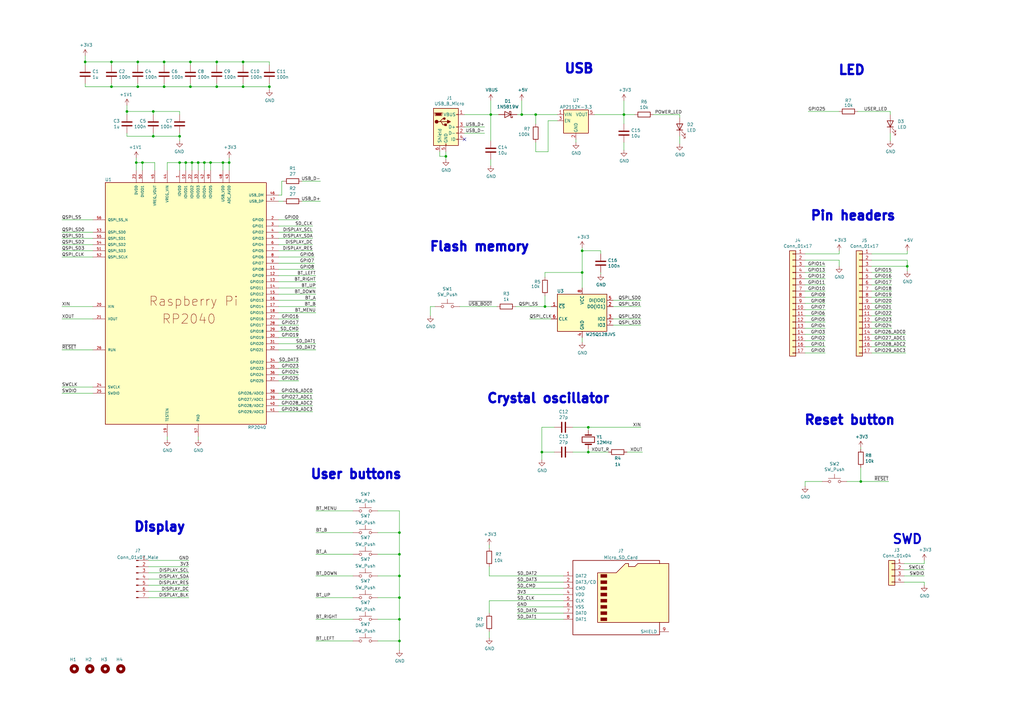
<source format=kicad_sch>
(kicad_sch (version 20211123) (generator eeschema)
  (paper "A3")
  (title_block (title "Franzininho RP2040") (date "2022-01-30") (rev "0.1") (company "Projeto Franzininho"))
  (lib_symbols
    (symbol "Connector:Conn_01x07_Male" (pin_names (offset 1.016) hide)
      (property "Reference" "J" (at 0 10.16 0))
      (property "Value" "Conn_01x07_Male" (at 0 -10.16 0))
      (symbol "Conn_01x07_Male_1_1"
        (pin passive line (at 5.08 7.62 180) (length 3.81) (name "Pin_1") (number "1"))
        (pin passive line (at 5.08 5.08 180) (length 3.81) (name "Pin_2") (number "2"))
        (pin passive line (at 5.08 2.54 180) (length 3.81) (name "Pin_3") (number "3"))
        (pin passive line (at 5.08 0 180) (length 3.81) (name "Pin_4") (number "4"))
        (pin passive line (at 5.08 -2.54 180) (length 3.81) (name "Pin_5") (number "5"))
        (pin passive line (at 5.08 -5.08 180) (length 3.81) (name "Pin_6") (number "6"))
        (pin passive line (at 5.08 -7.62 180) (length 3.81) (name "Pin_7") (number "7"))
      )
    )
    (symbol "Connector:Micro_SD_Card" (pin_names (offset 1.016))
      (property "Reference" "J" (at -16.51 15.24 0))
      (property "Value" "Micro_SD_Card" (at 16.51 15.24 0))
      (symbol "Micro_SD_Card_1_1"
        (pin bidirectional line (at -22.86 7.62 0) (length 3.81) (name "DAT2") (number "1"))
        (pin bidirectional line (at -22.86 5.08 0) (length 3.81) (name "DAT3/CD") (number "2"))
        (pin input line (at -22.86 2.54 0) (length 3.81) (name "CMD") (number "3"))
        (pin power_in line (at -22.86 0 0) (length 3.81) (name "VDD") (number "4"))
        (pin input line (at -22.86 -2.54 0) (length 3.81) (name "CLK") (number "5"))
        (pin power_in line (at -22.86 -5.08 0) (length 3.81) (name "VSS") (number "6"))
        (pin bidirectional line (at -22.86 -7.62 0) (length 3.81) (name "DAT0") (number "7"))
        (pin bidirectional line (at -22.86 -10.16 0) (length 3.81) (name "DAT1") (number "8"))
        (pin passive line (at 20.32 -15.24 180) (length 3.81) (name "SHIELD") (number "9"))
      )
    )
    (symbol "Connector:USB_B_Micro" (pin_names (offset 1.016))
      (property "Reference" "J" (at -5.08 11.43 0))
      (property "Value" "USB_B_Micro" (at -5.08 8.89 0))
      (symbol "USB_B_Micro_1_1"
        (pin power_out line (at 7.62 5.08 180) (length 2.54) (name "VBUS") (number "1"))
        (pin bidirectional line (at 7.62 -2.54 180) (length 2.54) (name "D-") (number "2"))
        (pin bidirectional line (at 7.62 0 180) (length 2.54) (name "D+") (number "3"))
        (pin passive line (at 7.62 -5.08 180) (length 2.54) (name "ID") (number "4"))
        (pin power_out line (at 0 -10.16 90) (length 2.54) (name "GND") (number "5"))
        (pin passive line (at -2.54 -10.16 90) (length 2.54) (name "Shield") (number "6"))
      )
    )
    (symbol "Connector_Generic:Conn_01x04" (pin_names (offset 1.016) hide)
      (property "Reference" "J" (at 0 5.08 0))
      (property "Value" "Conn_01x04" (at 0 -7.62 0))
      (symbol "Conn_01x04_1_1"
        (pin passive line (at -5.08 2.54 0) (length 3.81) (name "Pin_1") (number "1"))
        (pin passive line (at -5.08 0 0) (length 3.81) (name "Pin_2") (number "2"))
        (pin passive line (at -5.08 -2.54 0) (length 3.81) (name "Pin_3") (number "3"))
        (pin passive line (at -5.08 -5.08 0) (length 3.81) (name "Pin_4") (number "4"))
      )
    )
    (symbol "Connector_Generic:Conn_01x17" (pin_names (offset 1.016) hide)
      (property "Reference" "J" (at 0 22.86 0))
      (property "Value" "Conn_01x17" (at 0 -22.86 0))
      (symbol "Conn_01x17_1_1"
        (pin passive line (at -5.08 20.32 0) (length 3.81) (name "Pin_1") (number "1"))
        (pin passive line (at -5.08 -2.54 0) (length 3.81) (name "Pin_10") (number "10"))
        (pin passive line (at -5.08 -5.08 0) (length 3.81) (name "Pin_11") (number "11"))
        (pin passive line (at -5.08 -7.62 0) (length 3.81) (name "Pin_12") (number "12"))
        (pin passive line (at -5.08 -10.16 0) (length 3.81) (name "Pin_13") (number "13"))
        (pin passive line (at -5.08 -12.7 0) (length 3.81) (name "Pin_14") (number "14"))
        (pin passive line (at -5.08 -15.24 0) (length 3.81) (name "Pin_15") (number "15"))
        (pin passive line (at -5.08 -17.78 0) (length 3.81) (name "Pin_16") (number "16"))
        (pin passive line (at -5.08 -20.32 0) (length 3.81) (name "Pin_17") (number "17"))
        (pin passive line (at -5.08 17.78 0) (length 3.81) (name "Pin_2") (number "2"))
        (pin passive line (at -5.08 15.24 0) (length 3.81) (name "Pin_3") (number "3"))
        (pin passive line (at -5.08 12.7 0) (length 3.81) (name "Pin_4") (number "4"))
        (pin passive line (at -5.08 10.16 0) (length 3.81) (name "Pin_5") (number "5"))
        (pin passive line (at -5.08 7.62 0) (length 3.81) (name "Pin_6") (number "6"))
        (pin passive line (at -5.08 5.08 0) (length 3.81) (name "Pin_7") (number "7"))
        (pin passive line (at -5.08 2.54 0) (length 3.81) (name "Pin_8") (number "8"))
        (pin passive line (at -5.08 0 0) (length 3.81) (name "Pin_9") (number "9"))
      )
    )
    (symbol "Device:C" (pin_numbers hide) (pin_names (offset 0.254))
      (property "Reference" "C" (at 0.635 2.54 0))
      (property "Value" "C" (at 0.635 -2.54 0))
      (symbol "C_1_1"
        (pin passive line (at 0 3.81 270) (length 2.794) (name "~") (number "1"))
        (pin passive line (at 0 -3.81 90) (length 2.794) (name "~") (number "2"))
      )
    )
    (symbol "Device:Crystal" (pin_numbers hide) (pin_names (offset 1.016) hide)
      (property "Reference" "Y" (at 0 3.81 0))
      (property "Value" "Crystal" (at 0 -3.81 0))
      (symbol "Crystal_1_1"
        (pin passive line (at -3.81 0 0) (length 1.27) (name "1") (number "1"))
        (pin passive line (at 3.81 0 180) (length 1.27) (name "2") (number "2"))
      )
    )
    (symbol "Device:D_Schottky" (pin_numbers hide) (pin_names (offset 1.016) hide)
      (property "Reference" "D" (at 0 2.54 0))
      (property "Value" "D_Schottky" (at 0 -2.54 0))
      (symbol "D_Schottky_1_1"
        (pin passive line (at -3.81 0 0) (length 2.54) (name "K") (number "1"))
        (pin passive line (at 3.81 0 180) (length 2.54) (name "A") (number "2"))
      )
    )
    (symbol "Device:LED" (pin_numbers hide) (pin_names (offset 1.016) hide)
      (property "Reference" "D" (at 0 2.54 0))
      (property "Value" "LED" (at 0 -2.54 0))
      (symbol "LED_1_1"
        (pin passive line (at -3.81 0 0) (length 2.54) (name "K") (number "1"))
        (pin passive line (at 3.81 0 180) (length 2.54) (name "A") (number "2"))
      )
    )
    (symbol "Device:R" (pin_numbers hide) (pin_names (offset 0))
      (property "Reference" "R" (at 2.032 0 90))
      (property "Value" "R" (at 0 0 90))
      (symbol "R_1_1"
        (pin passive line (at 0 3.81 270) (length 1.27) (name "~") (number "1"))
        (pin passive line (at 0 -3.81 90) (length 1.27) (name "~") (number "2"))
      )
    )
    (symbol "Mechanical:MountingHole" (pin_names (offset 1.016))
      (property "Reference" "H" (at 0 5.08 0))
      (property "Value" "MountingHole" (at 0 3.175 0))
    )
    (symbol "Memory_Flash:W25Q128JVS"
      (property "Reference" "U" (at -8.89 8.89 0))
      (property "Value" "W25Q128JVS" (at 7.62 8.89 0))
      (symbol "W25Q128JVS_1_1"
        (pin input line (at -12.7 2.54 0) (length 2.54) (name "~{CS}") (number "1"))
        (pin bidirectional line (at 12.7 2.54 180) (length 2.54) (name "DO(IO1)") (number "2"))
        (pin bidirectional line (at 12.7 -2.54 180) (length 2.54) (name "IO2") (number "3"))
        (pin power_in line (at 0 -10.16 90) (length 2.54) (name "GND") (number "4"))
        (pin bidirectional line (at 12.7 5.08 180) (length 2.54) (name "DI(IO0)") (number "5"))
        (pin input line (at -12.7 -2.54 0) (length 2.54) (name "CLK") (number "6"))
        (pin bidirectional line (at 12.7 -5.08 180) (length 2.54) (name "IO3") (number "7"))
        (pin power_in line (at 0 10.16 270) (length 2.54) (name "VCC") (number "8"))
      )
    )
    (symbol "RP2040:RP2040" (pin_names (offset 1.016))
      (property "Reference" "U" (at 0 0 0))
      (property "Value" "RP2040" (at 0 0 0))
      (symbol "RP2040_0_0"
        (text "Raspberry Pi" (at -15.24 -2.54 0) (effects (font (size 3.81 3.81)) (justify left bottom)))
        (text "RP2040" (at 1.27 -7.62 0) (effects (font (size 3.81 3.81))))
        (pin bidirectional line (at -2.54 53.34 270) (length 5.08) (name "IOVDD") (number "1"))
        (pin bidirectional line (at 0 53.34 270) (length 5.08) (name "IOVDD1") (number "10"))
        (pin bidirectional line (at 38.1 12.7 180) (length 5.08) (name "GPIO8") (number "11"))
        (pin bidirectional line (at 38.1 10.16 180) (length 5.08) (name "GPIO9") (number "12"))
        (pin bidirectional line (at 38.1 7.62 180) (length 5.08) (name "GPIO10") (number "13"))
        (pin bidirectional line (at 38.1 5.08 180) (length 5.08) (name "GPIO11") (number "14"))
        (pin bidirectional line (at 38.1 2.54 180) (length 5.08) (name "GPIO12") (number "15"))
        (pin bidirectional line (at 38.1 0 180) (length 5.08) (name "GPIO13") (number "16"))
        (pin bidirectional line (at 38.1 -2.54 180) (length 5.08) (name "GPIO14") (number "17"))
        (pin bidirectional line (at 38.1 -5.08 180) (length 5.08) (name "GPIO15") (number "18"))
        (pin bidirectional line (at -7.62 -55.88 90) (length 5.08) (name "TESTEN") (number "19"))
        (pin bidirectional line (at 38.1 33.02 180) (length 5.08) (name "GPIO0") (number "2"))
        (pin bidirectional line (at -38.1 -2.54 0) (length 5.08) (name "XIN") (number "20"))
        (pin bidirectional line (at -38.1 -7.62 0) (length 5.08) (name "XOUT") (number "21"))
        (pin bidirectional line (at 2.54 53.34 270) (length 5.08) (name "IOVDD2") (number "22"))
        (pin bidirectional line (at -20.32 53.34 270) (length 5.08) (name "DVDD") (number "23"))
        (pin bidirectional line (at -38.1 -35.56 0) (length 5.08) (name "SWCLK") (number "24"))
        (pin bidirectional line (at -38.1 -38.1 0) (length 5.08) (name "SWDIO") (number "25"))
        (pin bidirectional line (at -38.1 -20.32 0) (length 5.08) (name "RUN") (number "26"))
        (pin bidirectional line (at 38.1 -7.62 180) (length 5.08) (name "GPIO16") (number "27"))
        (pin bidirectional line (at 38.1 -10.16 180) (length 5.08) (name "GPIO17") (number "28"))
        (pin bidirectional line (at 38.1 -12.7 180) (length 5.08) (name "GPIO18") (number "29"))
        (pin bidirectional line (at 38.1 30.48 180) (length 5.08) (name "GPIO1") (number "3"))
        (pin bidirectional line (at 38.1 -15.24 180) (length 5.08) (name "GPIO19") (number "30"))
        (pin bidirectional line (at 38.1 -17.78 180) (length 5.08) (name "GPIO20") (number "31"))
        (pin bidirectional line (at 38.1 -20.32 180) (length 5.08) (name "GPIO21") (number "32"))
        (pin bidirectional line (at 5.08 53.34 270) (length 5.08) (name "IOVDD3") (number "33"))
        (pin bidirectional line (at 38.1 -25.4 180) (length 5.08) (name "GPIO22") (number "34"))
        (pin bidirectional line (at 38.1 -27.94 180) (length 5.08) (name "GPIO23") (number "35"))
        (pin bidirectional line (at 38.1 -30.48 180) (length 5.08) (name "GPIO24") (number "36"))
        (pin bidirectional line (at 38.1 -33.02 180) (length 5.08) (name "GPIO25") (number "37"))
        (pin bidirectional line (at 38.1 -38.1 180) (length 5.08) (name "GPIO26/ADC0") (number "38"))
        (pin bidirectional line (at 38.1 -40.64 180) (length 5.08) (name "GPIO27/ADC1") (number "39"))
        (pin bidirectional line (at 38.1 27.94 180) (length 5.08) (name "GPIO2") (number "4"))
        (pin bidirectional line (at 38.1 -43.18 180) (length 5.08) (name "GPIO28/ADC2") (number "40"))
        (pin bidirectional line (at 38.1 -45.72 180) (length 5.08) (name "GPIO29/ADC3") (number "41"))
        (pin bidirectional line (at 7.62 53.34 270) (length 5.08) (name "IOVDD4") (number "42"))
        (pin bidirectional line (at 17.78 53.34 270) (length 5.08) (name "ADC_AVDD") (number "43"))
        (pin bidirectional line (at -7.62 53.34 270) (length 5.08) (name "VREG_VIN") (number "44"))
        (pin bidirectional line (at -12.7 53.34 270) (length 5.08) (name "VREG_VOUT") (number "45"))
        (pin bidirectional line (at 38.1 43.18 180) (length 5.08) (name "USB_DM") (number "46"))
        (pin bidirectional line (at 38.1 40.64 180) (length 5.08) (name "USB_DP") (number "47"))
        (pin bidirectional line (at 15.24 53.34 270) (length 5.08) (name "USB_VDD") (number "48"))
        (pin bidirectional line (at 10.16 53.34 270) (length 5.08) (name "IOVDD5") (number "49"))
        (pin bidirectional line (at 38.1 25.4 180) (length 5.08) (name "GPIO3") (number "5"))
        (pin bidirectional line (at -17.78 53.34 270) (length 5.08) (name "DVDD1") (number "50"))
        (pin bidirectional line (at -38.1 20.32 0) (length 5.08) (name "QSPI_SD3") (number "51"))
        (pin bidirectional line (at -38.1 17.78 0) (length 5.08) (name "QSPI_SCLK") (number "52"))
        (pin bidirectional line (at -38.1 27.94 0) (length 5.08) (name "QSPI_SD0") (number "53"))
        (pin bidirectional line (at -38.1 22.86 0) (length 5.08) (name "QSPI_SD2") (number "54"))
        (pin bidirectional line (at -38.1 25.4 0) (length 5.08) (name "QSPI_SD1") (number "55"))
        (pin bidirectional line (at -38.1 33.02 0) (length 5.08) (name "QSPI_SS_N") (number "56"))
        (pin bidirectional line (at 5.08 -55.88 90) (length 5.08) (name "PAD") (number "57"))
        (pin bidirectional line (at 38.1 22.86 180) (length 5.08) (name "GPIO4") (number "6"))
        (pin bidirectional line (at 38.1 20.32 180) (length 5.08) (name "GPIO5") (number "7"))
        (pin bidirectional line (at 38.1 17.78 180) (length 5.08) (name "GPIO6") (number "8"))
        (pin bidirectional line (at 38.1 15.24 180) (length 5.08) (name "GPIO7") (number "9"))
      )
    )
    (symbol "Regulator_Linear:AP2112K-3.3" (pin_names (offset 0.254))
      (property "Reference" "U" (at -5.08 5.715 0))
      (property "Value" "AP2112K-3.3" (at 0 5.715 0))
      (symbol "AP2112K-3.3_1_1"
        (pin power_in line (at -7.62 2.54 0) (length 2.54) (name "VIN") (number "1"))
        (pin power_in line (at 0 -7.62 90) (length 2.54) (name "GND") (number "2"))
        (pin input line (at -7.62 0 0) (length 2.54) (name "EN") (number "3"))
        (pin no_connect line (at 5.08 0 180) (length 2.54) hide (name "NC") (number "4"))
        (pin power_out line (at 7.62 2.54 180) (length 2.54) (name "VOUT") (number "5"))
      )
    )
    (symbol "Switch:SW_Push" (pin_numbers hide) (pin_names (offset 1.016) hide)
      (property "Reference" "SW" (at 1.27 2.54 0))
      (property "Value" "SW_Push" (at 0 -1.524 0))
      (symbol "SW_Push_0_1"
        (pin passive line (at -5.08 0 0) (length 2.54) (name "1") (number "1"))
        (pin passive line (at 5.08 0 180) (length 2.54) (name "2") (number "2"))
      )
    )
    (symbol "power:+1V1" (power) (pin_names (offset 0))
      (property "Value" "+1V1" (at 0 3.556 0))
      (symbol "+1V1_1_1"
        (pin power_in line (at 0 0 90) (length 0) hide (name "+1V1") (number "1"))
      )
    )
    (symbol "power:+3V3" (power) (pin_names (offset 0))
      (property "Value" "+3V3" (at 0 3.556 0))
      (symbol "+3V3_1_1"
        (pin power_in line (at 0 0 90) (length 0) hide (name "+3V3") (number "1"))
      )
    )
    (symbol "power:+5V" (power) (pin_names (offset 0))
      (property "Value" "+5V" (at 0 3.556 0))
      (symbol "+5V_1_1"
        (pin power_in line (at 0 0 90) (length 0) hide (name "+5V") (number "1"))
      )
    )
    (symbol "power:GND" (power) (pin_names (offset 0))
      (property "Value" "GND" (at 0 -3.81 0))
      (symbol "GND_1_1"
        (pin power_in line (at 0 0 270) (length 0) hide (name "GND") (number "1"))
      )
    )
    (symbol "power:VBUS" (power) (pin_names (offset 0))
      (property "Value" "VBUS" (at 0 3.81 0))
      (symbol "VBUS_1_1"
        (pin power_in line (at 0 0 90) (length 0) hide (name "VBUS") (number "1"))
      )
    )
  )
  (junction (at 78.105 25.4))
  (junction (at 34.925 25.4))
  (junction (at 110.49 35.56))
  (junction (at 213.995 46.99))
  (junction (at 45.72 35.56))
  (junction (at 238.76 111.76))
  (junction (at 163.83 227.33))
  (junction (at 67.31 35.56))
  (junction (at 52.07 45.72))
  (junction (at 81.28 66.675))
  (junction (at 88.9 25.4))
  (junction (at 78.74 66.675))
  (junction (at 163.83 218.44))
  (junction (at 372.11 109.22))
  (junction (at 45.72 25.4))
  (junction (at 255.905 46.99))
  (junction (at 99.695 25.4))
  (junction (at 163.83 262.89))
  (junction (at 56.515 25.4))
  (junction (at 88.9 35.56))
  (junction (at 182.88 64.135))
  (junction (at 219.71 46.99))
  (junction (at 223.52 125.73))
  (junction (at 62.865 55.88))
  (junction (at 353.06 197.485))
  (junction (at 163.83 245.11))
  (junction (at 78.105 35.56))
  (junction (at 222.25 185.42))
  (junction (at 67.31 25.4))
  (junction (at 86.36 66.675))
  (junction (at 238.76 102.87))
  (junction (at 93.98 66.675))
  (junction (at 62.865 45.72))
  (junction (at 241.3 175.26))
  (junction (at 56.515 35.56))
  (junction (at 55.88 66.675))
  (junction (at 76.2 66.675))
  (junction (at 73.66 66.675))
  (junction (at 201.295 46.99))
  (junction (at 163.83 254))
  (junction (at 73.66 55.88))
  (junction (at 83.82 66.675))
  (junction (at 99.695 35.56))
  (junction (at 91.44 66.675))
  (junction (at 163.83 236.22))
  (junction (at 58.42 66.675))
  (junction (at 241.3 185.42))
  (no_connect (at 190.5 57.15))
  (wire (pts (xy 131.445 74.295) (xy 123.825 74.295)))
  (wire (pts (xy 255.905 58.42) (xy 255.905 61.595)))
  (wire (pts (xy 357.505 144.78) (xy 371.475 144.78)))
  (wire (pts (xy 93.98 66.675) (xy 93.98 69.85)))
  (wire (pts (xy 223.52 125.73) (xy 226.06 125.73)))
  (wire (pts (xy 212.09 254) (xy 231.14 254)))
  (wire (pts (xy 58.42 69.85) (xy 58.42 66.675)))
  (wire (pts (xy 25.4 97.79) (xy 38.1 97.79)))
  (wire (pts (xy 238.76 102.87) (xy 238.76 111.76)))
  (wire (pts (xy 154.94 209.55) (xy 163.83 209.55)))
  (wire (pts (xy 228.6 49.53) (xy 224.79 49.53)))
  (wire (pts (xy 128.27 92.71) (xy 114.3 92.71)))
  (wire (pts (xy 122.555 148.59) (xy 114.3 148.59)))
  (wire (pts (xy 338.455 127) (xy 330.2 127)))
  (wire (pts (xy 201.295 41.275) (xy 201.295 46.99)))
  (wire (pts (xy 176.53 125.73) (xy 178.435 125.73)))
  (wire (pts (xy 60.96 240.03) (xy 77.47 240.03)))
  (wire (pts (xy 278.765 55.88) (xy 278.765 59.055)))
  (wire (pts (xy 128.27 95.25) (xy 114.3 95.25)))
  (wire (pts (xy 114.3 102.87) (xy 128.27 102.87)))
  (wire (pts (xy 180.34 62.23) (xy 180.34 64.135)))
  (wire (pts (xy 212.09 46.99) (xy 213.995 46.99)))
  (wire (pts (xy 99.695 35.56) (xy 110.49 35.56)))
  (wire (pts (xy 93.98 64.77) (xy 93.98 66.675)))
  (wire (pts (xy 212.09 248.92) (xy 231.14 248.92)))
  (wire (pts (xy 52.07 43.18) (xy 52.07 45.72)))
  (wire (pts (xy 114.3 113.03) (xy 129.54 113.03)))
  (wire (pts (xy 34.925 22.86) (xy 34.925 25.4)))
  (wire (pts (xy 25.4 100.33) (xy 38.1 100.33)))
  (wire (pts (xy 83.82 69.85) (xy 83.82 66.675)))
  (wire (pts (xy 91.44 66.675) (xy 93.98 66.675)))
  (wire (pts (xy 365.76 121.92) (xy 357.505 121.92)))
  (wire (pts (xy 154.94 218.44) (xy 163.83 218.44)))
  (wire (pts (xy 200.66 236.22) (xy 231.14 236.22)))
  (wire (pts (xy 114.3 161.29) (xy 128.27 161.29)))
  (wire (pts (xy 262.89 175.26) (xy 241.3 175.26)))
  (wire (pts (xy 351.79 45.72) (xy 365.125 45.72)))
  (wire (pts (xy 60.96 234.95) (xy 77.47 234.95)))
  (wire (pts (xy 379.095 229.87) (xy 379.095 231.14)))
  (wire (pts (xy 219.71 62.23) (xy 219.71 58.42)))
  (wire (pts (xy 110.49 35.56) (xy 110.49 36.83)))
  (wire (pts (xy 212.09 243.84) (xy 231.14 243.84)))
  (wire (pts (xy 163.83 262.89) (xy 163.83 266.7)))
  (wire (pts (xy 224.79 49.53) (xy 224.79 62.23)))
  (wire (pts (xy 73.66 69.85) (xy 73.66 66.675)))
  (wire (pts (xy 144.78 245.11) (xy 129.54 245.11)))
  (wire (pts (xy 344.17 106.68) (xy 330.2 106.68)))
  (wire (pts (xy 213.995 46.99) (xy 219.71 46.99)))
  (wire (pts (xy 241.3 185.42) (xy 249.555 185.42)))
  (wire (pts (xy 60.96 229.87) (xy 77.47 229.87)))
  (wire (pts (xy 338.455 142.24) (xy 330.2 142.24)))
  (wire (pts (xy 331.47 45.72) (xy 344.17 45.72)))
  (wire (pts (xy 114.3 120.65) (xy 129.54 120.65)))
  (wire (pts (xy 67.31 35.56) (xy 78.105 35.56)))
  (wire (pts (xy 163.83 209.55) (xy 163.83 218.44)))
  (wire (pts (xy 344.17 102.87) (xy 344.17 104.14)))
  (wire (pts (xy 81.28 69.85) (xy 81.28 66.675)))
  (wire (pts (xy 223.52 121.285) (xy 223.52 125.73)))
  (wire (pts (xy 338.455 114.3) (xy 330.2 114.3)))
  (wire (pts (xy 62.865 45.72) (xy 73.66 45.72)))
  (wire (pts (xy 163.83 245.11) (xy 163.83 254)))
  (wire (pts (xy 83.82 66.675) (xy 86.36 66.675)))
  (wire (pts (xy 246.38 111.76) (xy 246.38 112.395)))
  (wire (pts (xy 182.88 64.135) (xy 182.88 65.405)))
  (wire (pts (xy 56.515 35.56) (xy 67.31 35.56)))
  (wire (pts (xy 99.695 25.4) (xy 110.49 25.4)))
  (wire (pts (xy 154.94 262.89) (xy 163.83 262.89)))
  (wire (pts (xy 88.9 35.56) (xy 99.695 35.56)))
  (wire (pts (xy 241.3 184.15) (xy 241.3 185.42)))
  (wire (pts (xy 365.125 57.785) (xy 365.125 54.61)))
  (wire (pts (xy 73.66 46.99) (xy 73.66 45.72)))
  (wire (pts (xy 115.57 80.01) (xy 114.3 80.01)))
  (wire (pts (xy 338.455 124.46) (xy 330.2 124.46)))
  (wire (pts (xy 67.31 25.4) (xy 78.105 25.4)))
  (wire (pts (xy 338.455 129.54) (xy 330.2 129.54)))
  (wire (pts (xy 114.3 168.91) (xy 128.27 168.91)))
  (wire (pts (xy 114.3 123.19) (xy 129.54 123.19)))
  (wire (pts (xy 372.11 102.87) (xy 372.11 104.14)))
  (wire (pts (xy 255.905 46.99) (xy 255.905 50.8)))
  (wire (pts (xy 217.17 130.81) (xy 226.06 130.81)))
  (wire (pts (xy 190.5 46.99) (xy 201.295 46.99)))
  (wire (pts (xy 222.25 175.26) (xy 222.25 185.42)))
  (wire (pts (xy 154.94 227.33) (xy 163.83 227.33)))
  (wire (pts (xy 365.125 46.99) (xy 365.125 45.72)))
  (wire (pts (xy 163.83 227.33) (xy 163.83 236.22)))
  (wire (pts (xy 78.105 26.67) (xy 78.105 25.4)))
  (wire (pts (xy 68.58 69.85) (xy 68.58 66.675)))
  (wire (pts (xy 144.78 236.22) (xy 129.54 236.22)))
  (wire (pts (xy 353.06 191.77) (xy 353.06 197.485)))
  (wire (pts (xy 246.38 102.87) (xy 238.76 102.87)))
  (wire (pts (xy 163.83 236.22) (xy 163.83 245.11)))
  (wire (pts (xy 25.4 90.17) (xy 38.1 90.17)))
  (wire (pts (xy 55.88 66.675) (xy 58.42 66.675)))
  (wire (pts (xy 238.76 111.76) (xy 238.76 118.11)))
  (wire (pts (xy 144.78 254) (xy 129.54 254)))
  (wire (pts (xy 347.345 197.485) (xy 353.06 197.485)))
  (wire (pts (xy 338.455 111.76) (xy 330.2 111.76)))
  (wire (pts (xy 338.455 109.22) (xy 330.2 109.22)))
  (wire (pts (xy 212.09 241.3) (xy 231.14 241.3)))
  (wire (pts (xy 116.205 82.55) (xy 114.3 82.55)))
  (wire (pts (xy 262.89 125.73) (xy 251.46 125.73)))
  (wire (pts (xy 52.07 55.88) (xy 62.865 55.88)))
  (wire (pts (xy 88.9 25.4) (xy 99.695 25.4)))
  (wire (pts (xy 45.72 26.67) (xy 45.72 25.4)))
  (wire (pts (xy 88.9 26.67) (xy 88.9 25.4)))
  (wire (pts (xy 58.42 66.675) (xy 63.5 66.675)))
  (wire (pts (xy 223.52 111.76) (xy 223.52 113.665)))
  (wire (pts (xy 211.455 125.73) (xy 223.52 125.73)))
  (wire (pts (xy 114.3 107.95) (xy 128.905 107.95)))
  (wire (pts (xy 62.865 54.61) (xy 62.865 55.88)))
  (wire (pts (xy 144.78 262.89) (xy 129.54 262.89)))
  (wire (pts (xy 45.72 35.56) (xy 56.515 35.56)))
  (wire (pts (xy 278.765 46.99) (xy 278.765 48.26)))
  (wire (pts (xy 56.515 34.29) (xy 56.515 35.56)))
  (wire (pts (xy 379.095 236.22) (xy 370.84 236.22)))
  (wire (pts (xy 114.3 100.33) (xy 128.27 100.33)))
  (wire (pts (xy 357.505 104.14) (xy 372.11 104.14)))
  (wire (pts (xy 344.17 109.22) (xy 344.17 106.68)))
  (wire (pts (xy 365.76 114.3) (xy 357.505 114.3)))
  (wire (pts (xy 154.94 245.11) (xy 163.83 245.11)))
  (wire (pts (xy 60.96 232.41) (xy 77.47 232.41)))
  (wire (pts (xy 163.83 254) (xy 163.83 262.89)))
  (wire (pts (xy 122.555 153.67) (xy 114.3 153.67)))
  (wire (pts (xy 357.505 137.16) (xy 371.475 137.16)))
  (wire (pts (xy 144.78 218.44) (xy 129.54 218.44)))
  (wire (pts (xy 62.865 45.72) (xy 52.07 45.72)))
  (wire (pts (xy 114.3 118.11) (xy 129.54 118.11)))
  (wire (pts (xy 25.4 130.81) (xy 38.1 130.81)))
  (wire (pts (xy 76.2 66.675) (xy 78.74 66.675)))
  (wire (pts (xy 114.3 143.51) (xy 129.54 143.51)))
  (wire (pts (xy 201.295 57.785) (xy 201.295 46.99)))
  (wire (pts (xy 131.445 82.55) (xy 123.825 82.55)))
  (wire (pts (xy 78.105 25.4) (xy 88.9 25.4)))
  (wire (pts (xy 236.22 57.15) (xy 236.22 58.42)))
  (wire (pts (xy 86.36 69.85) (xy 86.36 66.675)))
  (wire (pts (xy 365.76 119.38) (xy 357.505 119.38)))
  (wire (pts (xy 78.74 66.675) (xy 81.28 66.675)))
  (wire (pts (xy 338.455 144.78) (xy 330.2 144.78)))
  (wire (pts (xy 144.78 209.55) (xy 129.54 209.55)))
  (wire (pts (xy 122.555 90.17) (xy 114.3 90.17)))
  (wire (pts (xy 122.555 151.13) (xy 114.3 151.13)))
  (wire (pts (xy 144.78 227.33) (xy 129.54 227.33)))
  (wire (pts (xy 365.76 124.46) (xy 357.505 124.46)))
  (wire (pts (xy 365.76 132.08) (xy 357.505 132.08)))
  (wire (pts (xy 99.695 26.67) (xy 99.695 25.4)))
  (wire (pts (xy 238.76 138.43) (xy 238.76 140.335)))
  (wire (pts (xy 357.505 139.7) (xy 371.475 139.7)))
  (wire (pts (xy 338.455 132.08) (xy 330.2 132.08)))
  (wire (pts (xy 25.4 125.73) (xy 38.1 125.73)))
  (wire (pts (xy 88.9 34.29) (xy 88.9 35.56)))
  (wire (pts (xy 180.34 64.135) (xy 182.88 64.135)))
  (wire (pts (xy 78.74 69.85) (xy 78.74 66.675)))
  (wire (pts (xy 163.83 218.44) (xy 163.83 227.33)))
  (wire (pts (xy 365.76 127) (xy 357.505 127)))
  (wire (pts (xy 122.555 156.21) (xy 114.3 156.21)))
  (wire (pts (xy 68.58 179.07) (xy 68.58 180.34)))
  (wire (pts (xy 63.5 69.85) (xy 63.5 66.675)))
  (wire (pts (xy 45.72 34.29) (xy 45.72 35.56)))
  (wire (pts (xy 25.4 102.87) (xy 38.1 102.87)))
  (wire (pts (xy 60.96 242.57) (xy 77.47 242.57)))
  (wire (pts (xy 86.36 66.675) (xy 91.44 66.675)))
  (wire (pts (xy 55.88 69.85) (xy 55.88 66.675)))
  (wire (pts (xy 200.66 246.38) (xy 200.66 251.46)))
  (wire (pts (xy 241.3 176.53) (xy 241.3 175.26)))
  (wire (pts (xy 114.3 105.41) (xy 128.905 105.41)))
  (wire (pts (xy 56.515 25.4) (xy 67.31 25.4)))
  (wire (pts (xy 219.71 46.99) (xy 228.6 46.99)))
  (wire (pts (xy 372.11 111.125) (xy 372.11 109.22)))
  (wire (pts (xy 34.925 34.29) (xy 34.925 35.56)))
  (wire (pts (xy 114.3 166.37) (xy 128.27 166.37)))
  (wire (pts (xy 114.3 110.49) (xy 128.905 110.49)))
  (wire (pts (xy 81.28 66.675) (xy 83.82 66.675)))
  (wire (pts (xy 262.89 123.19) (xy 251.46 123.19)))
  (wire (pts (xy 68.58 66.675) (xy 73.66 66.675)))
  (wire (pts (xy 263.525 185.42) (xy 257.175 185.42)))
  (wire (pts (xy 25.4 143.51) (xy 38.1 143.51)))
  (wire (pts (xy 45.72 25.4) (xy 56.515 25.4)))
  (wire (pts (xy 267.97 46.99) (xy 278.765 46.99)))
  (wire (pts (xy 99.695 34.29) (xy 99.695 35.56)))
  (wire (pts (xy 243.84 46.99) (xy 255.905 46.99)))
  (wire (pts (xy 25.4 95.25) (xy 38.1 95.25)))
  (wire (pts (xy 52.07 54.61) (xy 52.07 55.88)))
  (wire (pts (xy 212.09 238.76) (xy 231.14 238.76)))
  (wire (pts (xy 73.66 66.675) (xy 76.2 66.675)))
  (wire (pts (xy 227.33 185.42) (xy 222.25 185.42)))
  (wire (pts (xy 73.66 57.785) (xy 73.66 55.88)))
  (wire (pts (xy 62.865 46.99) (xy 62.865 45.72)))
  (wire (pts (xy 188.595 125.73) (xy 203.835 125.73)))
  (wire (pts (xy 200.66 246.38) (xy 231.14 246.38)))
  (wire (pts (xy 122.555 133.35) (xy 114.3 133.35)))
  (wire (pts (xy 154.94 236.22) (xy 163.83 236.22)))
  (wire (pts (xy 330.2 104.14) (xy 344.17 104.14)))
  (wire (pts (xy 238.76 111.76) (xy 223.52 111.76)))
  (wire (pts (xy 25.4 161.29) (xy 38.1 161.29)))
  (wire (pts (xy 114.3 163.83) (xy 128.27 163.83)))
  (wire (pts (xy 190.5 54.61) (xy 198.755 54.61)))
  (wire (pts (xy 67.31 34.29) (xy 67.31 35.56)))
  (wire (pts (xy 255.905 41.275) (xy 255.905 46.99)))
  (wire (pts (xy 122.555 130.81) (xy 114.3 130.81)))
  (wire (pts (xy 115.57 74.295) (xy 116.205 74.295)))
  (wire (pts (xy 200.66 223.52) (xy 200.66 224.79)))
  (wire (pts (xy 60.96 245.11) (xy 77.47 245.11)))
  (wire (pts (xy 73.66 54.61) (xy 73.66 55.88)))
  (wire (pts (xy 52.07 46.99) (xy 52.07 45.72)))
  (wire (pts (xy 238.76 101.6) (xy 238.76 102.87)))
  (wire (pts (xy 55.88 64.77) (xy 55.88 66.675)))
  (wire (pts (xy 76.2 69.85) (xy 76.2 66.675)))
  (wire (pts (xy 213.995 41.275) (xy 213.995 46.99)))
  (wire (pts (xy 212.09 251.46) (xy 231.14 251.46)))
  (wire (pts (xy 330.2 197.485) (xy 330.2 199.39)))
  (wire (pts (xy 25.4 105.41) (xy 38.1 105.41)))
  (wire (pts (xy 60.96 237.49) (xy 77.47 237.49)))
  (wire (pts (xy 227.33 175.26) (xy 222.25 175.26)))
  (wire (pts (xy 338.455 137.16) (xy 330.2 137.16)))
  (wire (pts (xy 357.505 106.68) (xy 372.11 106.68)))
  (wire (pts (xy 110.49 34.29) (xy 110.49 35.56)))
  (wire (pts (xy 365.76 129.54) (xy 357.505 129.54)))
  (wire (pts (xy 176.53 125.73) (xy 176.53 129.54)))
  (wire (pts (xy 379.095 231.14) (xy 370.84 231.14)))
  (wire (pts (xy 365.76 111.76) (xy 357.505 111.76)))
  (wire (pts (xy 45.72 35.56) (xy 34.925 35.56)))
  (wire (pts (xy 114.3 115.57) (xy 129.54 115.57)))
  (wire (pts (xy 110.49 26.67) (xy 110.49 25.4)))
  (wire (pts (xy 224.79 62.23) (xy 219.71 62.23)))
  (wire (pts (xy 372.11 106.68) (xy 372.11 109.22)))
  (wire (pts (xy 91.44 69.85) (xy 91.44 66.675)))
  (wire (pts (xy 81.28 180.34) (xy 81.28 179.07)))
  (wire (pts (xy 241.3 175.26) (xy 234.95 175.26)))
  (wire (pts (xy 222.25 185.42) (xy 222.25 188.595)))
  (wire (pts (xy 115.57 74.295) (xy 115.57 80.01)))
  (wire (pts (xy 34.925 25.4) (xy 34.925 26.67)))
  (wire (pts (xy 338.455 119.38) (xy 330.2 119.38)))
  (wire (pts (xy 201.295 65.405) (xy 201.295 67.945)))
  (wire (pts (xy 201.295 46.99) (xy 204.47 46.99)))
  (wire (pts (xy 114.3 125.73) (xy 129.54 125.73)))
  (wire (pts (xy 365.76 116.84) (xy 357.505 116.84)))
  (wire (pts (xy 338.455 116.84) (xy 330.2 116.84)))
  (wire (pts (xy 122.555 138.43) (xy 114.3 138.43)))
  (wire (pts (xy 379.095 238.76) (xy 370.84 238.76)))
  (wire (pts (xy 357.505 142.24) (xy 371.475 142.24)))
  (wire (pts (xy 262.89 130.81) (xy 251.46 130.81)))
  (wire (pts (xy 241.3 185.42) (xy 234.95 185.42)))
  (wire (pts (xy 379.095 238.76) (xy 379.095 240.03)))
  (wire (pts (xy 154.94 254) (xy 163.83 254)))
  (wire (pts (xy 67.31 26.67) (xy 67.31 25.4)))
  (wire (pts (xy 338.455 139.7) (xy 330.2 139.7)))
  (wire (pts (xy 114.3 128.27) (xy 129.54 128.27)))
  (wire (pts (xy 379.095 233.68) (xy 370.84 233.68)))
  (wire (pts (xy 330.2 197.485) (xy 337.185 197.485)))
  (wire (pts (xy 338.455 121.92) (xy 330.2 121.92)))
  (wire (pts (xy 260.35 46.99) (xy 255.905 46.99)))
  (wire (pts (xy 357.505 109.22) (xy 372.11 109.22)))
  (wire (pts (xy 353.06 183.515) (xy 353.06 184.15)))
  (wire (pts (xy 73.66 55.88) (xy 62.865 55.88)))
  (wire (pts (xy 200.66 232.41) (xy 200.66 236.22)))
  (wire (pts (xy 114.3 140.97) (xy 129.54 140.97)))
  (wire (pts (xy 114.3 97.79) (xy 128.27 97.79)))
  (wire (pts (xy 78.105 35.56) (xy 88.9 35.56)))
  (wire (pts (xy 182.88 62.23) (xy 182.88 64.135)))
  (wire (pts (xy 200.66 259.08) (xy 200.66 261.62)))
  (wire (pts (xy 190.5 52.07) (xy 198.755 52.07)))
  (wire (pts (xy 34.925 25.4) (xy 45.72 25.4)))
  (wire (pts (xy 122.555 135.89) (xy 114.3 135.89)))
  (wire (pts (xy 262.89 133.35) (xy 251.46 133.35)))
  (wire (pts (xy 246.38 104.14) (xy 246.38 102.87)))
  (wire (pts (xy 364.49 197.485) (xy 353.06 197.485)))
  (wire (pts (xy 365.76 134.62) (xy 357.505 134.62)))
  (wire (pts (xy 219.71 46.99) (xy 219.71 50.8)))
  (wire (pts (xy 56.515 26.67) (xy 56.515 25.4)))
  (wire (pts (xy 338.455 134.62) (xy 330.2 134.62)))
  (wire (pts (xy 78.105 34.29) (xy 78.105 35.56)))
  (wire (pts (xy 25.4 158.75) (xy 38.1 158.75)))
  (text "Display" (at 54.61 218.44 0) (effects (font (size 3.81 3.81) (thickness 1.0008) bold) (justify left bottom)))
  (text "SWD" (at 365.76 223.52 0) (effects (font (size 3.81 3.81) (thickness 0.762) bold) (justify left bottom)))
  (text "Flash memory" (at 175.895 103.505 0) (effects (font (size 3.81 3.81) (thickness 1.0008) bold) (justify left bottom)))
  (text "USB" (at 231.14 30.48 0) (effects (font (size 3.81 3.81) (thickness 1.0008) bold) (justify left bottom)))
  (text "Pin headers" (at 332.105 90.805 0) (effects (font (size 3.81 3.81) (thickness 1.0008) bold) (justify left bottom)))
  (text "Reset button" (at 329.565 174.625 0) (effects (font (size 3.81 3.81) (thickness 1.0008) bold) (justify left bottom)))
  (text "Crystal oscillator" (at 199.39 165.735 0) (effects (font (size 3.81 3.81) (thickness 1.0008) bold) (justify left bottom)))
  (text "User buttons" (at 127 196.85 0) (effects (font (size 3.81 3.81) (thickness 1.0008) bold) (justify left bottom)))
  (text "LED" (at 343.535 31.115 0) (effects (font (size 3.81 3.81) (thickness 1.0008) bold) (justify left bottom)))
  (label "GPIO17" (at 365.76 116.84 180))
  (label "GPIO23" (at 365.76 132.08 180))
  (label "QSPI_SD2" (at 262.89 130.81 180))
  (label "USB_D+" (at 131.445 82.55 180))
  (label "SD_DAT1" (at 129.54 140.97 180))
  (label "~{RESET}" (at 364.49 197.485 180))
  (label "SD_DAT2" (at 129.54 143.51 180))
  (label "SD_DAT2" (at 212.09 236.22 0))
  (label "GPIO2" (at 338.455 139.7 180))
  (label "XIN" (at 262.89 175.26 180))
  (label "GPIO25" (at 331.47 45.72 0))
  (label "3V3" (at 77.47 232.41 180))
  (label "SD_CMD" (at 212.09 241.3 0))
  (label "GND" (at 77.47 229.87 180))
  (label "XOUT" (at 25.4 130.81 0))
  (label "QSPI_CLK" (at 217.17 130.81 0))
  (label "~{RESET}" (at 25.4 143.51 0))
  (label "GPIO7" (at 338.455 127 180))
  (label "GPIO8" (at 128.905 110.49 180))
  (label "DISPLAY_BLK" (at 77.47 245.11 180))
  (label "GPIO10" (at 338.455 119.38 180))
  (label "USB_D+" (at 198.755 52.07 180))
  (label "QSPI_SD1" (at 25.4 97.79 0))
  (label "GND" (at 212.09 248.92 0))
  (label "BT_RIGHT" (at 129.54 115.57 180))
  (label "GPIO26_ADC0" (at 128.27 161.29 180))
  (label "GPIO25" (at 122.555 156.21 180))
  (label "POWER_LED" (at 268.605 46.99 0))
  (label "QSPI_SS" (at 212.725 125.73 0))
  (label "GPIO7" (at 128.905 107.95 180))
  (label "GPIO12" (at 338.455 114.3 180))
  (label "GPIO15" (at 365.76 111.76 180))
  (label "DISPLAY_SCL" (at 128.27 95.25 180))
  (label "GPIO17" (at 122.555 133.35 180))
  (label "GPIO26_ADC0" (at 371.475 137.16 180))
  (label "SWCLK" (at 379.095 233.68 180))
  (label "QSPI_SD0" (at 262.89 123.19 180))
  (label "QSPI_SD2" (at 25.4 100.33 0))
  (label "DISPLAY_SDA" (at 128.27 97.79 180))
  (label "USER_LED" (at 354.33 45.72 0))
  (label "DISPLAY_RES" (at 77.47 240.03 180))
  (label "GPIO24" (at 365.76 134.62 180))
  (label "BT_LEFT" (at 129.54 262.89 0))
  (label "BT_UP" (at 129.54 118.11 180))
  (label "GPIO16" (at 122.555 130.81 180))
  (label "XIN" (at 25.4 125.73 0))
  (label "SD_CLK" (at 128.27 92.71 180))
  (label "SD_DAT1" (at 212.09 254 0))
  (label "QSPI_SD0" (at 25.4 95.25 0))
  (label "USB_D-" (at 131.445 74.295 180))
  (label "BT_A" (at 129.54 227.33 0))
  (label "SD_DAT3" (at 212.09 238.76 0))
  (label "DISPLAY_DC" (at 128.27 100.33 180))
  (label "GPIO11" (at 338.455 116.84 180))
  (label "GPIO29_ADC3" (at 371.475 144.78 180))
  (label "SWDIO" (at 379.095 236.22 180))
  (label "GPIO6" (at 128.905 105.41 180))
  (label "GPIO8" (at 338.455 124.46 180))
  (label "QSPI_CLK" (at 25.4 105.41 0))
  (label "GPIO20" (at 365.76 124.46 180))
  (label "GPIO23" (at 122.555 151.13 180))
  (label "DISPLAY_SDA" (at 77.47 237.49 180))
  (label "GPIO3" (at 338.455 137.16 180))
  (label "QSPI_SD3" (at 262.89 133.35 180))
  (label "GPIO29_ADC3" (at 128.27 168.91 180))
  (label "GPIO16" (at 365.76 114.3 180))
  (label "~{USB_BOOT}" (at 201.93 125.73 180))
  (label "SWCLK" (at 25.4 158.75 0))
  (label "GPIO19" (at 365.76 121.92 180))
  (label "GPIO14" (at 338.455 109.22 180))
  (label "BT_DOWN" (at 129.54 236.22 0))
  (label "GPIO6" (at 338.455 129.54 180))
  (label "GPIO28_ADC2" (at 128.27 166.37 180))
  (label "XOUT_R" (at 242.57 185.42 0))
  (label "SD_CMD" (at 122.555 135.89 180))
  (label "GPIO1" (at 338.455 142.24 180))
  (label "GPIO21" (at 365.76 127 180))
  (label "SD_DAT3" (at 122.555 148.59 180))
  (label "GPIO22" (at 365.76 129.54 180))
  (label "GPIO4" (at 338.455 134.62 180))
  (label "GPIO28_ADC2" (at 371.475 142.24 180))
  (label "GPIO19" (at 122.555 138.43 180))
  (label "XOUT" (at 263.525 185.42 180))
  (label "GPIO18" (at 365.76 119.38 180))
  (label "GPIO0" (at 122.555 90.17 180))
  (label "USB_D-" (at 198.755 54.61 180))
  (label "QSPI_SD3" (at 25.4 102.87 0))
  (label "GPIO24" (at 122.555 153.67 180))
  (label "BT_A" (at 129.54 123.19 180))
  (label "BT_MENU" (at 129.54 128.27 180))
  (label "SD_CLK" (at 212.09 246.38 0))
  (label "DISPLAY_SCL" (at 77.47 234.95 180))
  (label "BT_B" (at 129.54 125.73 180))
  (label "QSPI_SS" (at 25.4 90.17 0))
  (label "GPIO27_ADC1" (at 371.475 139.7 180))
  (label "GPIO0" (at 338.455 144.78 180))
  (label "BT_B" (at 129.54 218.44 0))
  (label "QSPI_SD1" (at 262.89 125.73 180))
  (label "BT_UP" (at 129.54 245.11 0))
  (label "SWDIO" (at 25.4 161.29 0))
  (label "GPIO27_ADC1" (at 128.27 163.83 180))
  (label "DISPLAY_RES" (at 128.27 102.87 180))
  (label "GPIO9" (at 338.455 121.92 180))
  (label "GPIO5" (at 338.455 132.08 180))
  (label "BT_RIGHT" (at 129.54 254 0))
  (label "SD_DAT0" (at 212.09 251.46 0))
  (label "BT_MENU" (at 129.54 209.55 0))
  (label "GPIO13" (at 338.455 111.76 180))
  (label "3V3" (at 212.09 243.84 0))
  (label "BT_LEFT" (at 129.54 113.03 180))
  (label "BT_DOWN" (at 129.54 120.65 180))
  (label "DISPLAY_DC" (at 77.47 242.57 180))
  (symbol (lib_id "power:GND") (at 68.58 180.34 0) (unit 1)
    (property "Reference" "#PWR04" (effects hide))
    (property "Value" "GND" (at 68.707 184.7342 0))
  )
  (symbol (lib_id "power:GND") (at 81.28 180.34 0) (unit 1)
    (property "Reference" "#PWR06" (effects hide))
    (property "Value" "GND" (at 81.407 184.7342 0))
  )
  (symbol (lib_id "Memory_Flash:W25Q128JVS") (at 238.76 128.27 0) (unit 1)
    (property "Reference" "U3" (at 229.87 119.38 0))
    (property "Value" "W25Q128JVS" (at 246.38 137.16 0))
    (property "Footprint" "Package_SO:SOIC-8_5.23x5.23mm_P1.27mm" (effects hide))
    (property "Datasheet" "http://www.winbond.com/resource-files/w25q128jv_dtr%20revc%2003272018%20plus.pdf" (effects hide))
  )
  (symbol (lib_id "RP2040:RP2040") (at 76.2 123.19 0) (unit 1)
    (property "Reference" "U1" (at 44.45 73.66 0))
    (property "Value" "RP2040" (at 105.41 175.26 0))
    (property "Footprint" "Biblioteca de footprints:QFN40P695X695X90-57T320N" (effects hide))
    (property "Datasheet" "https://datasheets.raspberrypi.org/pico/pico-datasheet.pdf" (effects hide))
  )
  (symbol (lib_id "Device:R") (at 207.645 125.73 270) (unit 1)
    (property "Reference" "R3" (at 207.645 120.4722 90))
    (property "Value" "1k" (at 207.645 122.7836 90))
    (property "Footprint" "Resistor_SMD:R_0402_1005Metric_Pad0.72x0.64mm_HandSolder" (effects hide))
  )
  (symbol (lib_id "power:GND") (at 176.53 129.54 0) (unit 1)
    (property "Reference" "#PWR010" (effects hide))
    (property "Value" "GND" (at 176.657 133.9342 0))
  )
  (symbol (lib_id "power:GND") (at 238.76 140.335 0) (unit 1)
    (property "Reference" "#PWR018" (effects hide))
    (property "Value" "GND" (at 238.887 144.7292 0))
  )
  (symbol (lib_id "Device:C") (at 52.07 50.8 0) (mirror y) (unit 1)
    (property "Reference" "C3" (at 49.149 49.6316 0) (effects (justify left)))
    (property "Value" "1u" (at 49.149 51.943 0) (effects (justify left)))
    (property "Footprint" "Capacitor_SMD:C_0402_1005Metric_Pad0.74x0.62mm_HandSolder" (effects hide))
  )
  (symbol (lib_id "power:+3V3") (at 238.76 101.6 0) (unit 1)
    (property "Reference" "#PWR017" (effects hide))
    (property "Value" "+3V3" (at 239.141 97.2058 0))
  )
  (symbol (lib_id "Device:C") (at 45.72 30.48 0) (unit 1)
    (property "Reference" "C2" (at 48.641 29.3116 0) (effects (justify left)))
    (property "Value" "100n" (at 48.641 31.623 0) (effects (justify left)))
    (property "Footprint" "Capacitor_SMD:C_0402_1005Metric_Pad0.74x0.62mm_HandSolder" (effects hide))
  )
  (symbol (lib_id "Device:R") (at 223.52 117.475 180) (unit 1)
    (property "Reference" "R5" (at 219.075 115.57 0) (effects (justify right)))
    (property "Value" "10k" (at 217.805 117.475 0) (effects (justify right)))
    (property "Footprint" "Resistor_SMD:R_0402_1005Metric_Pad0.72x0.64mm_HandSolder" (effects hide))
  )
  (symbol (lib_id "Device:C") (at 56.515 30.48 0) (unit 1)
    (property "Reference" "C4" (at 59.436 29.3116 0) (effects (justify left)))
    (property "Value" "100n" (at 59.436 31.623 0) (effects (justify left)))
    (property "Footprint" "Capacitor_SMD:C_0402_1005Metric_Pad0.74x0.62mm_HandSolder" (effects hide))
  )
  (symbol (lib_id "Device:C") (at 67.31 30.48 0) (unit 1)
    (property "Reference" "C6" (at 70.231 29.3116 0) (effects (justify left)))
    (property "Value" "100n" (at 70.231 31.623 0) (effects (justify left)))
    (property "Footprint" "Capacitor_SMD:C_0402_1005Metric_Pad0.74x0.62mm_HandSolder" (effects hide))
  )
  (symbol (lib_id "Device:C") (at 78.105 30.48 0) (unit 1)
    (property "Reference" "C8" (at 81.026 29.3116 0) (effects (justify left)))
    (property "Value" "100n" (at 81.026 31.623 0) (effects (justify left)))
    (property "Footprint" "Capacitor_SMD:C_0402_1005Metric_Pad0.74x0.62mm_HandSolder" (effects hide))
  )
  (symbol (lib_id "Device:C") (at 88.9 30.48 0) (unit 1)
    (property "Reference" "C9" (at 91.821 29.3116 0) (effects (justify left)))
    (property "Value" "100n" (at 91.821 31.623 0) (effects (justify left)))
    (property "Footprint" "Capacitor_SMD:C_0402_1005Metric_Pad0.74x0.62mm_HandSolder" (effects hide))
  )
  (symbol (lib_id "Device:C") (at 99.695 30.48 0) (unit 1)
    (property "Reference" "C10" (at 102.616 29.3116 0) (effects (justify left)))
    (property "Value" "100n" (at 102.616 31.623 0) (effects (justify left)))
    (property "Footprint" "Capacitor_SMD:C_0402_1005Metric_Pad0.74x0.62mm_HandSolder" (effects hide))
  )
  (symbol (lib_id "Device:C") (at 110.49 30.48 0) (unit 1)
    (property "Reference" "C11" (at 113.411 29.3116 0) (effects (justify left)))
    (property "Value" "100n" (at 113.411 31.623 0) (effects (justify left)))
    (property "Footprint" "Capacitor_SMD:C_0402_1005Metric_Pad0.74x0.62mm_HandSolder" (effects hide))
  )
  (symbol (lib_id "power:GND") (at 110.49 36.83 0) (unit 1)
    (property "Reference" "#PWR08" (effects hide))
    (property "Value" "GND" (at 110.617 41.2242 0))
  )
  (symbol (lib_id "Device:C") (at 246.38 107.95 0) (unit 1)
    (property "Reference" "C16" (at 249.301 106.7816 0) (effects (justify left)))
    (property "Value" "100n" (at 249.301 109.093 0) (effects (justify left)))
    (property "Footprint" "Capacitor_SMD:C_0402_1005Metric_Pad0.74x0.62mm_HandSolder" (effects hide))
  )
  (symbol (lib_id "power:GND") (at 246.38 112.395 0) (unit 1)
    (property "Reference" "#PWR021" (effects hide))
    (property "Value" "GND" (at 246.507 116.7892 0))
  )
  (symbol (lib_id "power:+3V3") (at 34.925 22.86 0) (unit 1)
    (property "Reference" "#PWR01" (effects hide))
    (property "Value" "+3V3" (at 35.306 18.4658 0))
  )
  (symbol (lib_id "Device:C") (at 34.925 30.48 0) (unit 1)
    (property "Reference" "C1" (at 37.846 29.3116 0) (effects (justify left)))
    (property "Value" "1u" (at 37.846 31.623 0) (effects (justify left)))
    (property "Footprint" "Capacitor_SMD:C_0402_1005Metric_Pad0.74x0.62mm_HandSolder" (effects hide))
  )
  (symbol (lib_id "power:+1V1") (at 52.07 43.18 0) (mirror y) (unit 1)
    (property "Reference" "#PWR02" (effects hide))
    (property "Value" "+1V1" (at 51.689 38.7858 0))
  )
  (symbol (lib_id "Device:C") (at 62.865 50.8 0) (mirror y) (unit 1)
    (property "Reference" "C5" (at 59.944 49.6316 0) (effects (justify left)))
    (property "Value" "100n" (at 59.944 51.943 0) (effects (justify left)))
    (property "Footprint" "Capacitor_SMD:C_0402_1005Metric_Pad0.74x0.62mm_HandSolder" (effects hide))
  )
  (symbol (lib_id "Device:C") (at 73.66 50.8 0) (mirror y) (unit 1)
    (property "Reference" "C7" (at 70.739 49.6316 0) (effects (justify left)))
    (property "Value" "100n" (at 70.739 51.943 0) (effects (justify left)))
    (property "Footprint" "Capacitor_SMD:C_0402_1005Metric_Pad0.74x0.62mm_HandSolder" (effects hide))
  )
  (symbol (lib_id "Device:Crystal") (at 241.3 180.34 270) (unit 1)
    (property "Reference" "Y1" (at 244.6274 179.1716 90) (effects (justify left)))
    (property "Value" "12MHz" (at 244.6274 181.483 90) (effects (justify left)))
    (property "Footprint" "Crystal:Crystal_SMD_2520-4Pin_2.5x2.0mm" (effects hide))
  )
  (symbol (lib_id "Device:C") (at 231.14 175.26 270) (unit 1)
    (property "Reference" "C12" (at 231.14 168.8592 90))
    (property "Value" "27p" (at 231.14 171.1706 90))
    (property "Footprint" "Capacitor_SMD:C_0402_1005Metric_Pad0.74x0.62mm_HandSolder" (effects hide))
  )
  (symbol (lib_id "Device:C") (at 231.14 185.42 270) (unit 1)
    (property "Reference" "C13" (at 231.14 179.0192 90))
    (property "Value" "27p" (at 231.14 181.3306 90))
    (property "Footprint" "Capacitor_SMD:C_0402_1005Metric_Pad0.74x0.62mm_HandSolder" (effects hide))
  )
  (symbol (lib_id "Device:R") (at 253.365 185.42 270) (unit 1)
    (property "Reference" "R4" (at 253.365 187.96 90))
    (property "Value" "1k" (at 253.365 190.5 90))
    (property "Footprint" "Resistor_SMD:R_0402_1005Metric_Pad0.72x0.64mm_HandSolder" (effects hide))
  )
  (symbol (lib_id "power:GND") (at 222.25 188.595 0) (unit 1)
    (property "Reference" "#PWR011" (effects hide))
    (property "Value" "GND" (at 222.377 192.9892 0))
  )
  (symbol (lib_id "power:GND") (at 73.66 57.785 0) (mirror y) (unit 1)
    (property "Reference" "#PWR05" (effects hide))
    (property "Value" "GND" (at 73.533 62.1792 0))
  )
  (symbol (lib_id "Connector:USB_B_Micro") (at 182.88 52.07 0) (unit 1)
    (property "Reference" "J1" (at 184.3278 40.2082 0))
    (property "Value" "USB_B_Micro" (at 184.3278 42.5196 0))
    (property "Footprint" "Connector_USB:USB_Micro-B_Amphenol_10118194_Horizontal" (effects hide))
  )
  (symbol (lib_id "Device:C") (at 201.295 61.595 0) (unit 1)
    (property "Reference" "C14" (at 204.216 60.4266 0) (effects (justify left)))
    (property "Value" "10u" (at 204.216 62.738 0) (effects (justify left)))
    (property "Footprint" "Capacitor_SMD:C_0805_2012Metric_Pad1.18x1.45mm_HandSolder" (effects hide))
  )
  (symbol (lib_id "power:VBUS") (at 201.295 41.275 0) (unit 1)
    (property "Reference" "#PWR012" (effects hide))
    (property "Value" "VBUS" (at 201.676 36.8808 0))
  )
  (symbol (lib_id "power:GND") (at 201.295 67.945 0) (unit 1)
    (property "Reference" "#PWR013" (effects hide))
    (property "Value" "GND" (at 201.422 72.3392 0))
  )
  (symbol (lib_id "power:GND") (at 236.22 58.42 0) (unit 1)
    (property "Reference" "#PWR016" (effects hide))
    (property "Value" "GND" (at 236.347 62.8142 0))
  )
  (symbol (lib_id "Device:C") (at 255.905 54.61 0) (unit 1)
    (property "Reference" "C15" (at 258.826 53.4416 0) (effects (justify left)))
    (property "Value" "10u" (at 258.826 55.753 0) (effects (justify left)))
    (property "Footprint" "Capacitor_SMD:C_0805_2012Metric_Pad1.18x1.45mm_HandSolder" (effects hide))
  )
  (symbol (lib_id "power:GND") (at 255.905 61.595 0) (unit 1)
    (property "Reference" "#PWR020" (effects hide))
    (property "Value" "GND" (at 256.032 65.9892 0))
  )
  (symbol (lib_id "power:+3V3") (at 255.905 41.275 0) (unit 1)
    (property "Reference" "#PWR019" (effects hide))
    (property "Value" "+3V3" (at 256.286 36.8808 0))
  )
  (symbol (lib_id "power:+3V3") (at 93.98 64.77 0) (unit 1)
    (property "Reference" "#PWR07" (effects hide))
    (property "Value" "+3V3" (at 94.361 60.3758 0))
  )
  (symbol (lib_id "Device:R") (at 264.16 46.99 270) (unit 1)
    (property "Reference" "R6" (at 264.16 41.7322 90))
    (property "Value" "10k" (at 264.16 44.0436 90))
    (property "Footprint" "Resistor_SMD:R_0603_1608Metric_Pad0.98x0.95mm_HandSolder" (effects hide))
  )
  (symbol (lib_id "power:+1V1") (at 55.88 64.77 0) (mirror y) (unit 1)
    (property "Reference" "#PWR03" (effects hide))
    (property "Value" "+1V1" (at 55.499 60.3758 0))
  )
  (symbol (lib_id "Device:LED") (at 278.765 52.07 90) (unit 1)
    (property "Reference" "D2" (at 281.7622 51.0794 90) (effects (justify right)))
    (property "Value" "LED" (at 281.7622 53.3908 90) (effects (justify right)))
    (property "Footprint" "LED_SMD:LED_0805_2012Metric_Pad1.15x1.40mm_HandSolder" (effects hide))
  )
  (symbol (lib_id "power:GND") (at 278.765 59.055 0) (unit 1)
    (property "Reference" "#PWR022" (effects hide))
    (property "Value" "GND" (at 278.892 63.4492 0))
  )
  (symbol (lib_id "power:GND") (at 182.88 65.405 0) (unit 1)
    (property "Reference" "#PWR09" (effects hide))
    (property "Value" "GND" (at 183.007 69.7992 0))
  )
  (symbol (lib_id "Device:LED") (at 365.125 50.8 90) (unit 1)
    (property "Reference" "D3" (at 368.1222 49.8094 90) (effects (justify right)))
    (property "Value" "LED" (at 368.1222 52.1208 90) (effects (justify right)))
    (property "Footprint" "LED_SMD:LED_0805_2012Metric_Pad1.15x1.40mm_HandSolder" (effects hide))
  )
  (symbol (lib_id "power:GND") (at 365.125 57.785 0) (unit 1)
    (property "Reference" "#PWR026" (effects hide))
    (property "Value" "GND" (at 365.252 62.1792 0))
  )
  (symbol (lib_id "Device:R") (at 347.98 45.72 270) (unit 1)
    (property "Reference" "R7" (at 349.25 41.275 90) (effects (justify right)))
    (property "Value" "10k" (at 349.885 43.18 90) (effects (justify right)))
    (property "Footprint" "Resistor_SMD:R_0603_1608Metric_Pad0.98x0.95mm_HandSolder" (effects hide))
  )
  (symbol (lib_id "Device:R") (at 120.015 74.295 270) (unit 1)
    (property "Reference" "R1" (at 120.015 69.0372 90))
    (property "Value" "27" (at 120.015 71.3486 90))
    (property "Footprint" "Resistor_SMD:R_0402_1005Metric_Pad0.72x0.64mm_HandSolder" (effects hide))
  )
  (symbol (lib_id "Device:R") (at 120.015 82.55 270) (unit 1)
    (property "Reference" "R2" (at 120.015 77.2922 90))
    (property "Value" "27" (at 120.015 79.6036 90))
    (property "Footprint" "Resistor_SMD:R_0402_1005Metric_Pad0.72x0.64mm_HandSolder" (effects hide))
  )
  (symbol (lib_id "power:GND") (at 379.095 240.03 0) (unit 1)
    (property "Reference" "#PWR014" (effects hide))
    (property "Value" "GND" (at 379.222 244.4242 0))
  )
  (symbol (lib_id "power:+3V3") (at 344.17 102.87 0) (unit 1)
    (property "Reference" "#PWR024" (effects hide))
    (property "Value" "+3V3" (at 344.551 98.4758 0))
  )
  (symbol (lib_id "power:GND") (at 344.17 109.22 0) (unit 1)
    (property "Reference" "#PWR025" (effects hide))
    (property "Value" "GND" (at 344.297 113.6142 0))
  )
  (symbol (lib_id "power:GND") (at 372.11 111.125 0) (unit 1)
    (property "Reference" "#PWR029" (effects hide))
    (property "Value" "GND" (at 372.237 115.5192 0))
  )
  (symbol (lib_id "Connector_Generic:Conn_01x04") (at 365.76 233.68 0) (mirror y) (unit 1)
    (property "Reference" "J3" (at 367.8428 225.6282 0))
    (property "Value" "Conn_01x04" (at 367.8428 227.9396 0))
    (property "Footprint" "Connector_PinHeader_2.54mm:PinHeader_1x04_P2.54mm_Vertical" (effects hide))
  )
  (symbol (lib_id "power:+3V3") (at 379.095 229.87 0) (unit 1)
    (property "Reference" "#PWR0101" (effects hide))
    (property "Value" "+3V3" (at 379.476 225.4758 0))
  )
  (symbol (lib_id "power:+5V") (at 213.995 41.275 0) (unit 1)
    (property "Reference" "#PWR015" (effects hide))
    (property "Value" "+5V" (at 214.376 36.8808 0))
  )
  (symbol (lib_id "Device:D_Schottky") (at 208.28 46.99 180) (unit 1)
    (property "Reference" "D1" (at 208.28 41.4782 0))
    (property "Value" "1N5819W" (at 208.28 43.7896 0))
    (property "Footprint" "Diode_SMD:D_SOD-123" (effects hide))
  )
  (symbol (lib_id "power:+5V") (at 372.11 102.87 0) (unit 1)
    (property "Reference" "#PWR028" (effects hide))
    (property "Value" "+5V" (at 372.491 98.4758 0))
  )
  (symbol (lib_id "power:GND") (at 330.2 199.39 0) (unit 1)
    (property "Reference" "#PWR023" (effects hide))
    (property "Value" "GND" (at 330.327 203.7842 0))
  )
  (symbol (lib_id "Switch:SW_Push") (at 342.265 197.485 0) (unit 1)
    (property "Reference" "SW2" (at 342.265 190.246 0))
    (property "Value" "SW_Push" (at 342.265 192.5574 0))
    (property "Footprint" "Button_Switch_SMD:SW_SPST_PTS810" (effects hide))
  )
  (symbol (lib_id "Switch:SW_Push") (at 183.515 125.73 0) (unit 1)
    (property "Reference" "SW1" (at 183.515 118.491 0))
    (property "Value" "SW_Push" (at 183.515 120.8024 0))
    (property "Footprint" "Button_Switch_SMD:SW_SPST_PTS810" (effects hide))
  )
  (symbol (lib_id "Device:R") (at 353.06 187.96 180) (unit 1)
    (property "Reference" "R8" (at 354.838 186.7916 0) (effects (justify right)))
    (property "Value" "10k" (at 354.838 189.103 0) (effects (justify right)))
    (property "Footprint" "Resistor_SMD:R_0603_1608Metric_Pad0.98x0.95mm_HandSolder" (effects hide))
  )
  (symbol (lib_id "Connector_Generic:Conn_01x17") (at 325.12 124.46 0) (mirror y) (unit 1)
    (property "Reference" "J4" (at 327.2028 98.6282 0))
    (property "Value" "Conn_01x17" (at 327.2028 100.9396 0))
    (property "Footprint" "Connector_PinHeader_2.54mm:PinHeader_1x17_P2.54mm_Vertical" (effects hide))
  )
  (symbol (lib_id "Connector_Generic:Conn_01x17") (at 352.425 124.46 0) (mirror y) (unit 1)
    (property "Reference" "J5" (at 354.5078 98.6282 0))
    (property "Value" "Conn_01x17" (at 354.5078 100.9396 0))
    (property "Footprint" "Connector_PinHeader_2.54mm:PinHeader_1x17_P2.54mm_Vertical" (effects hide))
  )
  (symbol (lib_id "power:+3V3") (at 353.06 183.515 0) (unit 1)
    (property "Reference" "#PWR027" (effects hide))
    (property "Value" "+3V3" (at 353.441 179.1208 0))
  )
  (symbol (lib_id "Mechanical:MountingHole") (at 30.48 274.32 0) (unit 1)
    (property "Reference" "H1" (at 28.575 270.51 0) (effects (justify left)))
    (property "Value" "MountingHole" (effects hide))
    (property "Footprint" "MountingHole:MountingHole_2.2mm_M2" (effects hide))
  )
  (symbol (lib_id "Mechanical:MountingHole") (at 36.83 274.32 0) (unit 1)
    (property "Reference" "H2" (at 34.925 270.51 0) (effects (justify left)))
    (property "Value" "MountingHole" (effects hide))
    (property "Footprint" "MountingHole:MountingHole_2.2mm_M2" (effects hide))
  )
  (symbol (lib_id "Mechanical:MountingHole") (at 43.18 274.32 0) (unit 1)
    (property "Reference" "H3" (at 41.275 270.51 0) (effects (justify left)))
    (property "Value" "MountingHole" (effects hide))
    (property "Footprint" "MountingHole:MountingHole_2.2mm_M2" (effects hide))
  )
  (symbol (lib_id "Mechanical:MountingHole") (at 49.53 274.32 0) (unit 1)
    (property "Reference" "H4" (at 47.625 270.51 0) (effects (justify left)))
    (property "Value" "MountingHole" (effects hide))
    (property "Footprint" "MountingHole:MountingHole_2.2mm_M2" (effects hide))
  )
  (symbol (lib_id "Switch:SW_Push") (at 149.86 218.44 0) (unit 1)
    (property "Reference" "SW?" (at 149.86 211.5525 0))
    (property "Value" "SW_Push" (at 149.86 214.3276 0))
  )
  (symbol (lib_id "Switch:SW_Push") (at 149.86 227.33 0) (unit 1)
    (property "Reference" "SW?" (at 149.86 220.4425 0))
    (property "Value" "SW_Push" (at 149.86 223.2176 0))
  )
  (symbol (lib_id "Regulator_Linear:AP2112K-3.3") (at 236.22 49.53 0) (unit 1)
    (property "Reference" "U?" (at 236.22 41.1185 0))
    (property "Value" "AP2112K-3.3" (at 236.22 43.8936 0))
    (property "Footprint" "Package_TO_SOT_SMD:SOT-23-5" (effects hide))
    (property "Datasheet" "https://www.diodes.com/assets/Datasheets/AP2112.pdf" (effects hide))
  )
  (symbol (lib_id "Switch:SW_Push") (at 149.86 209.55 0) (unit 1)
    (property "Reference" "SW?" (at 149.86 202.6625 0))
    (property "Value" "SW_Push" (at 149.86 205.4376 0))
  )
  (symbol (lib_id "Connector:Conn_01x07_Male") (at 55.88 237.49 0) (unit 1)
    (property "Reference" "J?" (at 56.515 225.8273 0))
    (property "Value" "Conn_01x07_Male" (at 56.515 228.6024 0))
  )
  (symbol (lib_id "Connector:Micro_SD_Card") (at 254 243.84 0) (unit 1)
    (property "Reference" "J?" (at 254.635 225.9035 0))
    (property "Value" "Micro_SD_Card" (at 254.635 228.6786 0))
    (property "Datasheet" "http://katalog.we-online.de/em/datasheet/693072010801.pdf" (effects hide))
  )
  (symbol (lib_id "Device:R") (at 200.66 228.6 0) (unit 1)
    (property "Reference" "R?" (at 204.47 227.33 0))
    (property "Value" "10k" (at 204.47 229.87 0))
    (property "Footprint" "Resistor_SMD:R_0402_1005Metric_Pad0.72x0.64mm_HandSolder" (effects hide))
  )
  (symbol (lib_id "power:GND") (at 163.83 266.7 0) (unit 1)
    (property "Reference" "#PWR?" (effects hide))
    (property "Value" "GND" (at 163.957 271.0942 0))
  )
  (symbol (lib_id "power:GND") (at 200.66 261.62 0) (unit 1)
    (property "Reference" "#PWR?" (effects hide))
    (property "Value" "GND" (at 200.787 266.0142 0))
  )
  (symbol (lib_id "Switch:SW_Push") (at 149.86 236.22 0) (unit 1)
    (property "Reference" "SW?" (at 149.86 229.3325 0))
    (property "Value" "SW_Push" (at 149.86 232.1076 0))
  )
  (symbol (lib_id "Switch:SW_Push") (at 149.86 245.11 0) (unit 1)
    (property "Reference" "SW?" (at 149.86 238.2225 0))
    (property "Value" "SW_Push" (at 149.86 240.9976 0))
  )
  (symbol (lib_id "power:+3V3") (at 200.66 223.52 0) (unit 1)
    (property "Reference" "#PWR?" (effects hide))
    (property "Value" "+3V3" (at 201.041 219.1258 0))
  )
  (symbol (lib_id "Device:R") (at 200.66 255.27 0) (unit 1)
    (property "Reference" "R?" (at 196.85 254 0))
    (property "Value" "DNF" (at 196.85 256.54 0))
    (property "Footprint" "Resistor_SMD:R_0402_1005Metric_Pad0.72x0.64mm_HandSolder" (effects hide))
  )
  (symbol (lib_id "Device:R") (at 219.71 54.61 0) (unit 1)
    (property "Reference" "R?" (at 217.424 52.832 0) (effects (justify right)))
    (property "Value" "100k" (at 217.424 55.118 0) (effects (justify right)))
    (property "Footprint" "Resistor_SMD:R_0603_1608Metric_Pad0.98x0.95mm_HandSolder" (effects hide))
  )
  (symbol (lib_id "Switch:SW_Push") (at 149.86 254 0) (unit 1)
    (property "Reference" "SW?" (at 149.86 247.1125 0))
    (property "Value" "SW_Push" (at 149.86 249.8876 0))
  )
  (symbol (lib_id "Switch:SW_Push") (at 149.86 262.89 0) (unit 1)
    (property "Reference" "SW?" (at 149.86 256.0025 0))
    (property "Value" "SW_Push" (at 149.86 258.7776 0))
  )
)
</source>
